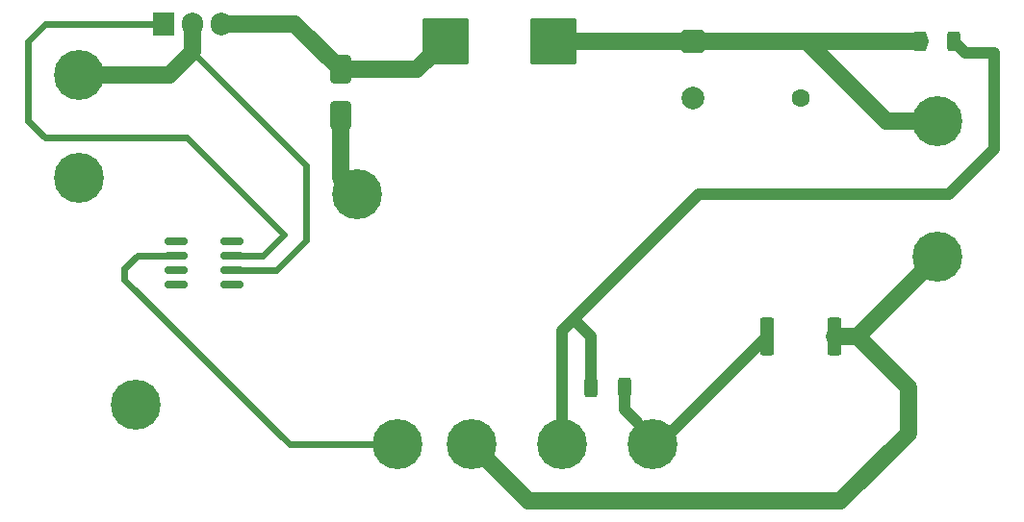
<source format=gtl>
%TF.GenerationSoftware,KiCad,Pcbnew,9.0.2*%
%TF.CreationDate,2025-06-03T22:33:05+02:00*%
%TF.ProjectId,schaltung,73636861-6c74-4756-9e67-2e6b69636164,rev?*%
%TF.SameCoordinates,Original*%
%TF.FileFunction,Copper,L1,Top*%
%TF.FilePolarity,Positive*%
%FSLAX46Y46*%
G04 Gerber Fmt 4.6, Leading zero omitted, Abs format (unit mm)*
G04 Created by KiCad (PCBNEW 9.0.2) date 2025-06-03 22:33:05*
%MOMM*%
%LPD*%
G01*
G04 APERTURE LIST*
G04 Aperture macros list*
%AMRoundRect*
0 Rectangle with rounded corners*
0 $1 Rounding radius*
0 $2 $3 $4 $5 $6 $7 $8 $9 X,Y pos of 4 corners*
0 Add a 4 corners polygon primitive as box body*
4,1,4,$2,$3,$4,$5,$6,$7,$8,$9,$2,$3,0*
0 Add four circle primitives for the rounded corners*
1,1,$1+$1,$2,$3*
1,1,$1+$1,$4,$5*
1,1,$1+$1,$6,$7*
1,1,$1+$1,$8,$9*
0 Add four rect primitives between the rounded corners*
20,1,$1+$1,$2,$3,$4,$5,0*
20,1,$1+$1,$4,$5,$6,$7,0*
20,1,$1+$1,$6,$7,$8,$9,0*
20,1,$1+$1,$8,$9,$2,$3,0*%
G04 Aperture macros list end*
%TA.AperFunction,ComponentPad*%
%ADD10C,1.600000*%
%TD*%
%TA.AperFunction,ComponentPad*%
%ADD11C,4.400000*%
%TD*%
%TA.AperFunction,SMDPad,CuDef*%
%ADD12RoundRect,0.250002X-1.799998X-1.799998X1.799998X-1.799998X1.799998X1.799998X-1.799998X1.799998X0*%
%TD*%
%TA.AperFunction,SMDPad,CuDef*%
%ADD13RoundRect,0.250000X-0.312500X-0.625000X0.312500X-0.625000X0.312500X0.625000X-0.312500X0.625000X0*%
%TD*%
%TA.AperFunction,SMDPad,CuDef*%
%ADD14RoundRect,0.250000X0.362500X1.425000X-0.362500X1.425000X-0.362500X-1.425000X0.362500X-1.425000X0*%
%TD*%
%TA.AperFunction,ComponentPad*%
%ADD15R,1.905000X2.000000*%
%TD*%
%TA.AperFunction,ComponentPad*%
%ADD16O,1.905000X2.000000*%
%TD*%
%TA.AperFunction,SMDPad,CuDef*%
%ADD17RoundRect,0.250000X-0.650000X1.000000X-0.650000X-1.000000X0.650000X-1.000000X0.650000X1.000000X0*%
%TD*%
%TA.AperFunction,ComponentPad*%
%ADD18RoundRect,0.250000X-0.750000X0.750000X-0.750000X-0.750000X0.750000X-0.750000X0.750000X0.750000X0*%
%TD*%
%TA.AperFunction,ComponentPad*%
%ADD19C,2.000000*%
%TD*%
%TA.AperFunction,SMDPad,CuDef*%
%ADD20RoundRect,0.150000X-0.825000X-0.150000X0.825000X-0.150000X0.825000X0.150000X-0.825000X0.150000X0*%
%TD*%
%TA.AperFunction,ViaPad*%
%ADD21C,1.000000*%
%TD*%
%TA.AperFunction,ViaPad*%
%ADD22C,0.600000*%
%TD*%
%TA.AperFunction,Conductor*%
%ADD23C,1.500000*%
%TD*%
%TA.AperFunction,Conductor*%
%ADD24C,1.000000*%
%TD*%
%TA.AperFunction,Conductor*%
%ADD25C,0.200000*%
%TD*%
%TA.AperFunction,Conductor*%
%ADD26C,0.600000*%
%TD*%
G04 APERTURE END LIST*
D10*
%TO.P,C2,2*%
%TO.N,GND*%
X143500000Y-61500000D03*
%TO.P,C2,1*%
%TO.N,Net-(J3-Pin_1)*%
X143500000Y-56500000D03*
%TD*%
D11*
%TO.P,J10,1,Pin_1*%
%TO.N,GND*%
X104500000Y-70000000D03*
%TD*%
%TO.P,J9,1,Pin_1*%
%TO.N,GND*%
X85000000Y-88500000D03*
%TD*%
D12*
%TO.P,L1,2,2*%
%TO.N,Net-(J3-Pin_1)*%
X121750000Y-56500000D03*
%TO.P,L1,1,1*%
%TO.N,Net-(D1-K)*%
X112250000Y-56500000D03*
%TD*%
D11*
%TO.P,J8,1,Pin_1*%
%TO.N,GND*%
X130500000Y-92000000D03*
%TD*%
%TO.P,J7,1,Pin_1*%
%TO.N,Net-(J7-Pin_1)*%
X122500000Y-92000000D03*
%TD*%
%TO.P,J6,1,Pin_1*%
%TO.N,Net-(J4-Pin_1)*%
X114500000Y-92000000D03*
%TD*%
%TO.P,J5,1,Pin_1*%
%TO.N,Net-(J5-Pin_1)*%
X108000000Y-92000000D03*
%TD*%
%TO.P,J4,1,Pin_1*%
%TO.N,Net-(J4-Pin_1)*%
X155500000Y-75500000D03*
%TD*%
%TO.P,J3,1,Pin_1*%
%TO.N,Net-(J3-Pin_1)*%
X155500000Y-63500000D03*
%TD*%
%TO.P,J2,1,Pin_1*%
%TO.N,GND*%
X80000000Y-68500000D03*
%TD*%
%TO.P,J1,1,Pin_1*%
%TO.N,Net-(J1-Pin_1)*%
X80000000Y-59500000D03*
%TD*%
D13*
%TO.P,R3,1*%
%TO.N,Net-(J7-Pin_1)*%
X125037500Y-87000000D03*
%TO.P,R3,2*%
%TO.N,GND*%
X127962500Y-87000000D03*
%TD*%
%TO.P,R2,1*%
%TO.N,Net-(J3-Pin_1)*%
X154037500Y-56500000D03*
%TO.P,R2,2*%
%TO.N,Net-(J7-Pin_1)*%
X156962500Y-56500000D03*
%TD*%
D14*
%TO.P,R1,1*%
%TO.N,Net-(J4-Pin_1)*%
X146462500Y-82500000D03*
%TO.P,R1,2*%
%TO.N,GND*%
X140537500Y-82500000D03*
%TD*%
D15*
%TO.P,Q1,1,G*%
%TO.N,Net-(Q1-G)*%
X87460000Y-54950000D03*
D16*
%TO.P,Q1,2,D*%
%TO.N,Net-(J1-Pin_1)*%
X90000000Y-54950000D03*
%TO.P,Q1,3,S*%
%TO.N,Net-(D1-K)*%
X92540000Y-54950000D03*
%TD*%
D17*
%TO.P,D1,1,K*%
%TO.N,Net-(D1-K)*%
X103000000Y-59000000D03*
%TO.P,D1,2,A*%
%TO.N,GND*%
X103000000Y-63000000D03*
%TD*%
D18*
%TO.P,C1,1*%
%TO.N,Net-(J3-Pin_1)*%
X134000000Y-56500000D03*
D19*
%TO.P,C1,2*%
%TO.N,GND*%
X134000000Y-61500000D03*
%TD*%
D20*
%TO.P,U1,1,NC*%
%TO.N,unconnected-(U1-NC-Pad1)*%
X88525000Y-74095000D03*
%TO.P,U1,2,IN_A*%
%TO.N,Net-(J5-Pin_1)*%
X88525000Y-75365000D03*
%TO.P,U1,3,GND*%
%TO.N,GND*%
X88525000Y-76635000D03*
%TO.P,U1,4,IN_B*%
%TO.N,unconnected-(U1-IN_B-Pad4)*%
X88525000Y-77905000D03*
%TO.P,U1,5,OUT_B*%
%TO.N,unconnected-(U1-OUT_B-Pad5)*%
X93475000Y-77905000D03*
%TO.P,U1,6,VDD*%
%TO.N,Net-(J1-Pin_1)*%
X93475000Y-76635000D03*
%TO.P,U1,7,OUT_A*%
%TO.N,Net-(Q1-G)*%
X93475000Y-75365000D03*
%TO.P,U1,8,NC*%
%TO.N,unconnected-(U1-NC-Pad8)*%
X93475000Y-74095000D03*
%TD*%
D21*
%TO.N,GND*%
X103000000Y-63000000D03*
D22*
X88525000Y-76635000D03*
%TD*%
D23*
%TO.N,GND*%
X103000000Y-63000000D02*
X103000000Y-68500000D01*
X103000000Y-68500000D02*
X104500000Y-70000000D01*
D24*
X140537500Y-82500000D02*
X131037500Y-92000000D01*
D25*
X131037500Y-92000000D02*
X130500000Y-92000000D01*
D23*
%TO.N,Net-(J4-Pin_1)*%
X152962500Y-91037500D02*
X152962500Y-86962500D01*
X152962500Y-86962500D02*
X148500000Y-82500000D01*
X155500000Y-75500000D02*
X148500000Y-82500000D01*
X148500000Y-82500000D02*
X146462500Y-82500000D01*
D24*
%TO.N,Net-(J7-Pin_1)*%
X123500000Y-81000000D02*
X134500000Y-70000000D01*
X134500000Y-70000000D02*
X156500000Y-70000000D01*
X156500000Y-70000000D02*
X160500000Y-66000000D01*
X160500000Y-66000000D02*
X160500000Y-57500000D01*
X160500000Y-57500000D02*
X157962500Y-57500000D01*
X157962500Y-57500000D02*
X156962500Y-56500000D01*
D23*
%TO.N,Net-(J4-Pin_1)*%
X114500000Y-92000000D02*
X119500000Y-97000000D01*
X119500000Y-97000000D02*
X147000000Y-97000000D01*
X147000000Y-97000000D02*
X152962500Y-91037500D01*
%TO.N,Net-(J3-Pin_1)*%
X144000000Y-56500000D02*
X154037500Y-56500000D01*
X144000000Y-56500000D02*
X151000000Y-63500000D01*
X151000000Y-63500000D02*
X155500000Y-63500000D01*
D26*
%TO.N,Net-(J1-Pin_1)*%
X100000000Y-74000000D02*
X100000000Y-67450000D01*
X100000000Y-67450000D02*
X90000000Y-57450000D01*
D23*
%TO.N,Net-(J3-Pin_1)*%
X134000000Y-56500000D02*
X143500000Y-56500000D01*
X121750000Y-56500000D02*
X134000000Y-56500000D01*
%TO.N,Net-(D1-K)*%
X103000000Y-59000000D02*
X109750000Y-59000000D01*
X109750000Y-59000000D02*
X112250000Y-56500000D01*
X92540000Y-54950000D02*
X98950000Y-54950000D01*
X98950000Y-54950000D02*
X103000000Y-59000000D01*
D26*
%TO.N,Net-(Q1-G)*%
X87460000Y-54950000D02*
X77050000Y-54950000D01*
X77050000Y-54950000D02*
X75500000Y-56500000D01*
X96135000Y-75365000D02*
X93475000Y-75365000D01*
X75500000Y-56500000D02*
X75500000Y-63500000D01*
X75500000Y-63500000D02*
X77000000Y-65000000D01*
X98000000Y-73500000D02*
X96135000Y-75365000D01*
X77000000Y-65000000D02*
X89500000Y-65000000D01*
X89500000Y-65000000D02*
X98000000Y-73500000D01*
D23*
%TO.N,Net-(J1-Pin_1)*%
X80000000Y-59500000D02*
X87950000Y-59500000D01*
X87950000Y-59500000D02*
X90000000Y-57450000D01*
X90000000Y-57450000D02*
X90000000Y-54950000D01*
D25*
X90000000Y-54950000D02*
X90000000Y-54997500D01*
D26*
%TO.N,Net-(J5-Pin_1)*%
X88525000Y-75365000D02*
X85135000Y-75365000D01*
X85135000Y-75365000D02*
X84000000Y-76500000D01*
X84000000Y-76500000D02*
X84000000Y-77500000D01*
X84000000Y-77500000D02*
X98500000Y-92000000D01*
X98500000Y-92000000D02*
X108000000Y-92000000D01*
D24*
%TO.N,Net-(J7-Pin_1)*%
X125037500Y-87000000D02*
X125037500Y-82537500D01*
X125037500Y-82537500D02*
X123500000Y-81000000D01*
D25*
%TO.N,GND*%
X130500000Y-92000000D02*
X130500000Y-91500000D01*
D24*
X130500000Y-91500000D02*
X127962500Y-88962500D01*
X127962500Y-88962500D02*
X127962500Y-87000000D01*
%TO.N,Net-(J7-Pin_1)*%
X123500000Y-81000000D02*
X122500000Y-82000000D01*
X122500000Y-82000000D02*
X122500000Y-92000000D01*
D25*
X122500000Y-92000000D02*
X122500000Y-91000000D01*
D26*
%TO.N,Net-(J1-Pin_1)*%
X97365000Y-76635000D02*
X100000000Y-74000000D01*
X93475000Y-76635000D02*
X97365000Y-76635000D01*
%TD*%
M02*

</source>
